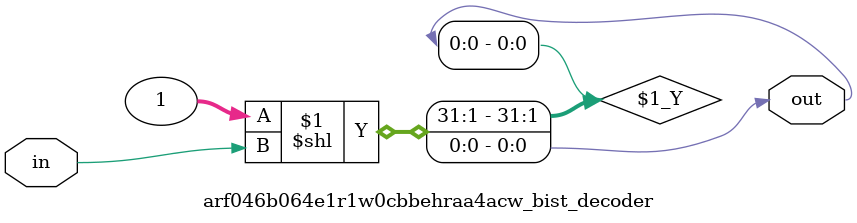
<source format=sv>

`ifndef ARF046B064E1R1W0CBBEHRAA4ACW_BIST_DECODER_SV
`define ARF046B064E1R1W0CBBEHRAA4ACW_BIST_DECODER_SV

module arf046b064e1r1w0cbbehraa4acw_bist_decoder # (
  parameter IN_WIDTH  = 1,
  parameter OUT_WIDTH = 1
)
(
  input  logic [IN_WIDTH-1:0]  in,
  output logic [OUT_WIDTH-1:0] out
);
  
  assign out = 'b1 << in;

endmodule // arf046b064e1r1w0cbbehraa4acw_bist_decoder

`endif // ARF046B064E1R1W0CBBEHRAA4ACW_BIST_DECODER_SV
</source>
